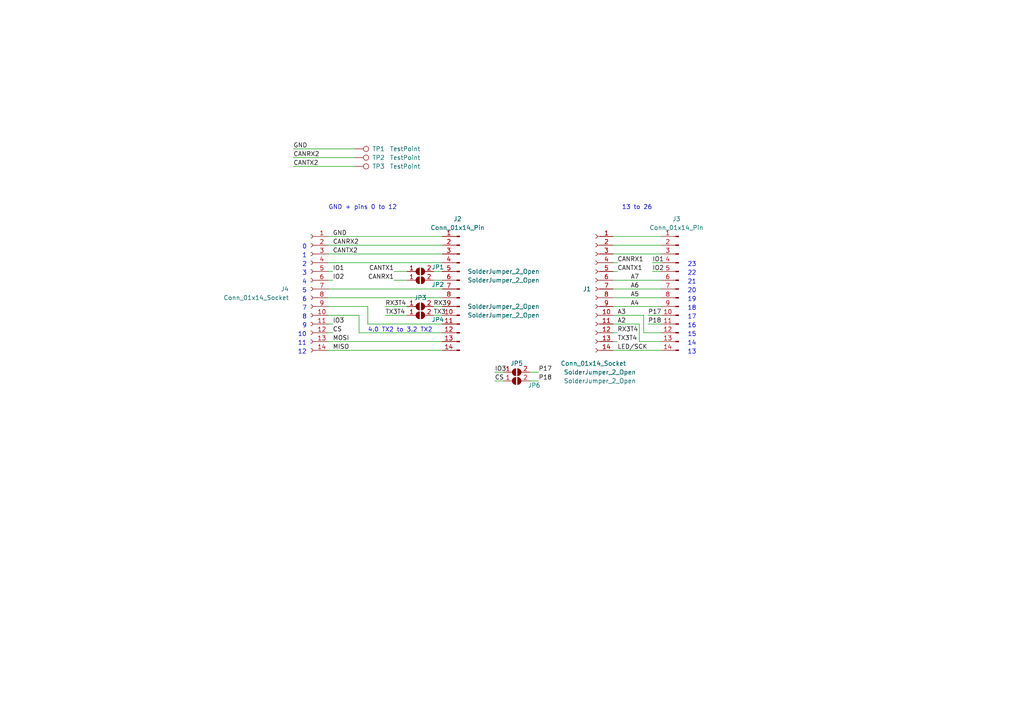
<source format=kicad_sch>
(kicad_sch (version 20230121) (generator eeschema)
  (paper "A4")
  (lib_symbols
    (symbol "Connector:Conn_01x14_Pin" (pin_names (offset 1.016) hide)
      (property "Reference" "J" (at 0 17.78 0))
      (property "Value" "Conn_01x14_Pin" (at 0 -20.32 0))
      (symbol "Conn_01x14_Pin_1_1"
        (polyline (pts (xy 1.27 -17.78) (xy 0.8636 -17.78)) (stroke (width 0.1524)))
        (polyline (pts (xy 1.27 -15.24) (xy 0.8636 -15.24)) (stroke (width 0.1524)))
        (polyline (pts (xy 1.27 -12.7) (xy 0.8636 -12.7)) (stroke (width 0.1524)))
        (polyline (pts (xy 1.27 -10.16) (xy 0.8636 -10.16)) (stroke (width 0.1524)))
        (polyline (pts (xy 1.27 -7.62) (xy 0.8636 -7.62)) (stroke (width 0.1524)))
        (polyline (pts (xy 1.27 -5.08) (xy 0.8636 -5.08)) (stroke (width 0.1524)))
        (polyline (pts (xy 1.27 -2.54) (xy 0.8636 -2.54)) (stroke (width 0.1524)))
        (polyline (pts (xy 1.27 0) (xy 0.8636 0)) (stroke (width 0.1524)))
        (polyline (pts (xy 1.27 2.54) (xy 0.8636 2.54)) (stroke (width 0.1524)))
        (polyline (pts (xy 1.27 5.08) (xy 0.8636 5.08)) (stroke (width 0.1524)))
        (polyline (pts (xy 1.27 7.62) (xy 0.8636 7.62)) (stroke (width 0.1524)))
        (polyline (pts (xy 1.27 10.16) (xy 0.8636 10.16)) (stroke (width 0.1524)))
        (polyline (pts (xy 1.27 12.7) (xy 0.8636 12.7)) (stroke (width 0.1524)))
        (polyline (pts (xy 1.27 15.24) (xy 0.8636 15.24)) (stroke (width 0.1524)))
        (rectangle (start 0.8636 -17.653) (end 0 -17.907) (stroke (width 0.1524)) (fill (type outline)))
        (rectangle (start 0.8636 -15.113) (end 0 -15.367) (stroke (width 0.1524)) (fill (type outline)))
        (rectangle (start 0.8636 -12.573) (end 0 -12.827) (stroke (width 0.1524)) (fill (type outline)))
        (rectangle (start 0.8636 -10.033) (end 0 -10.287) (stroke (width 0.1524)) (fill (type outline)))
        (rectangle (start 0.8636 -7.493) (end 0 -7.747) (stroke (width 0.1524)) (fill (type outline)))
        (rectangle (start 0.8636 -4.953) (end 0 -5.207) (stroke (width 0.1524)) (fill (type outline)))
        (rectangle (start 0.8636 -2.413) (end 0 -2.667) (stroke (width 0.1524)) (fill (type outline)))
        (rectangle (start 0.8636 0.127) (end 0 -0.127) (stroke (width 0.1524)) (fill (type outline)))
        (rectangle (start 0.8636 2.667) (end 0 2.413) (stroke (width 0.1524)) (fill (type outline)))
        (rectangle (start 0.8636 5.207) (end 0 4.953) (stroke (width 0.1524)) (fill (type outline)))
        (rectangle (start 0.8636 7.747) (end 0 7.493) (stroke (width 0.1524)) (fill (type outline)))
        (rectangle (start 0.8636 10.287) (end 0 10.033) (stroke (width 0.1524)) (fill (type outline)))
        (rectangle (start 0.8636 12.827) (end 0 12.573) (stroke (width 0.1524)) (fill (type outline)))
        (rectangle (start 0.8636 15.367) (end 0 15.113) (stroke (width 0.1524)) (fill (type outline)))
        (pin passive line (at 5.08 15.24 180) (length 3.81) (name "Pin_1") (number "1"))
        (pin passive line (at 5.08 -7.62 180) (length 3.81) (name "Pin_10") (number "10"))
        (pin passive line (at 5.08 -10.16 180) (length 3.81) (name "Pin_11") (number "11"))
        (pin passive line (at 5.08 -12.7 180) (length 3.81) (name "Pin_12") (number "12"))
        (pin passive line (at 5.08 -15.24 180) (length 3.81) (name "Pin_13") (number "13"))
        (pin passive line (at 5.08 -17.78 180) (length 3.81) (name "Pin_14") (number "14"))
        (pin passive line (at 5.08 12.7 180) (length 3.81) (name "Pin_2") (number "2"))
        (pin passive line (at 5.08 10.16 180) (length 3.81) (name "Pin_3") (number "3"))
        (pin passive line (at 5.08 7.62 180) (length 3.81) (name "Pin_4") (number "4"))
        (pin passive line (at 5.08 5.08 180) (length 3.81) (name "Pin_5") (number "5"))
        (pin passive line (at 5.08 2.54 180) (length 3.81) (name "Pin_6") (number "6"))
        (pin passive line (at 5.08 0 180) (length 3.81) (name "Pin_7") (number "7"))
        (pin passive line (at 5.08 -2.54 180) (length 3.81) (name "Pin_8") (number "8"))
        (pin passive line (at 5.08 -5.08 180) (length 3.81) (name "Pin_9") (number "9"))
      )
    )
    (symbol "Connector:Conn_01x14_Socket" (pin_names (offset 1.016) hide)
      (property "Reference" "J" (at 0 17.78 0))
      (property "Value" "Conn_01x14_Socket" (at 0 -20.32 0))
      (symbol "Conn_01x14_Socket_1_1"
        (arc (start 0 -17.272) (mid -0.5058 -17.78) (end 0 -18.288) (stroke (width 0.1524)))
        (arc (start 0 -14.732) (mid -0.5058 -15.24) (end 0 -15.748) (stroke (width 0.1524)))
        (arc (start 0 -12.192) (mid -0.5058 -12.7) (end 0 -13.208) (stroke (width 0.1524)))
        (arc (start 0 -9.652) (mid -0.5058 -10.16) (end 0 -10.668) (stroke (width 0.1524)))
        (arc (start 0 -7.112) (mid -0.5058 -7.62) (end 0 -8.128) (stroke (width 0.1524)))
        (arc (start 0 -4.572) (mid -0.5058 -5.08) (end 0 -5.588) (stroke (width 0.1524)))
        (arc (start 0 -2.032) (mid -0.5058 -2.54) (end 0 -3.048) (stroke (width 0.1524)))
        (polyline (pts (xy -1.27 -17.78) (xy -0.508 -17.78)) (stroke (width 0.1524)))
        (polyline (pts (xy -1.27 -15.24) (xy -0.508 -15.24)) (stroke (width 0.1524)))
        (polyline (pts (xy -1.27 -12.7) (xy -0.508 -12.7)) (stroke (width 0.1524)))
        (polyline (pts (xy -1.27 -10.16) (xy -0.508 -10.16)) (stroke (width 0.1524)))
        (polyline (pts (xy -1.27 -7.62) (xy -0.508 -7.62)) (stroke (width 0.1524)))
        (polyline (pts (xy -1.27 -5.08) (xy -0.508 -5.08)) (stroke (width 0.1524)))
        (polyline (pts (xy -1.27 -2.54) (xy -0.508 -2.54)) (stroke (width 0.1524)))
        (polyline (pts (xy -1.27 0) (xy -0.508 0)) (stroke (width 0.1524)))
        (polyline (pts (xy -1.27 2.54) (xy -0.508 2.54)) (stroke (width 0.1524)))
        (polyline (pts (xy -1.27 5.08) (xy -0.508 5.08)) (stroke (width 0.1524)))
        (polyline (pts (xy -1.27 7.62) (xy -0.508 7.62)) (stroke (width 0.1524)))
        (polyline (pts (xy -1.27 10.16) (xy -0.508 10.16)) (stroke (width 0.1524)))
        (polyline (pts (xy -1.27 12.7) (xy -0.508 12.7)) (stroke (width 0.1524)))
        (polyline (pts (xy -1.27 15.24) (xy -0.508 15.24)) (stroke (width 0.1524)))
        (arc (start 0 0.508) (mid -0.5058 0) (end 0 -0.508) (stroke (width 0.1524)))
        (arc (start 0 3.048) (mid -0.5058 2.54) (end 0 2.032) (stroke (width 0.1524)))
        (arc (start 0 5.588) (mid -0.5058 5.08) (end 0 4.572) (stroke (width 0.1524)))
        (arc (start 0 8.128) (mid -0.5058 7.62) (end 0 7.112) (stroke (width 0.1524)))
        (arc (start 0 10.668) (mid -0.5058 10.16) (end 0 9.652) (stroke (width 0.1524)))
        (arc (start 0 13.208) (mid -0.5058 12.7) (end 0 12.192) (stroke (width 0.1524)))
        (arc (start 0 15.748) (mid -0.5058 15.24) (end 0 14.732) (stroke (width 0.1524)))
        (pin passive line (at -5.08 15.24 0) (length 3.81) (name "Pin_1") (number "1"))
        (pin passive line (at -5.08 -7.62 0) (length 3.81) (name "Pin_10") (number "10"))
        (pin passive line (at -5.08 -10.16 0) (length 3.81) (name "Pin_11") (number "11"))
        (pin passive line (at -5.08 -12.7 0) (length 3.81) (name "Pin_12") (number "12"))
        (pin passive line (at -5.08 -15.24 0) (length 3.81) (name "Pin_13") (number "13"))
        (pin passive line (at -5.08 -17.78 0) (length 3.81) (name "Pin_14") (number "14"))
        (pin passive line (at -5.08 12.7 0) (length 3.81) (name "Pin_2") (number "2"))
        (pin passive line (at -5.08 10.16 0) (length 3.81) (name "Pin_3") (number "3"))
        (pin passive line (at -5.08 7.62 0) (length 3.81) (name "Pin_4") (number "4"))
        (pin passive line (at -5.08 5.08 0) (length 3.81) (name "Pin_5") (number "5"))
        (pin passive line (at -5.08 2.54 0) (length 3.81) (name "Pin_6") (number "6"))
        (pin passive line (at -5.08 0 0) (length 3.81) (name "Pin_7") (number "7"))
        (pin passive line (at -5.08 -2.54 0) (length 3.81) (name "Pin_8") (number "8"))
        (pin passive line (at -5.08 -5.08 0) (length 3.81) (name "Pin_9") (number "9"))
      )
    )
    (symbol "Connector:TestPoint" (pin_numbers hide) (pin_names (offset 0.762) hide)
      (property "Reference" "TP" (at 0 6.858 0))
      (property "Value" "TestPoint" (at 0 5.08 0))
      (symbol "TestPoint_0_1"
        (circle (center 0 3.302) (radius 0.762))
      )
      (symbol "TestPoint_1_1"
        (pin passive line (at 0 0 90) (length 2.54) (name "1") (number "1"))
      )
    )
    (symbol "Jumper:SolderJumper_2_Open" (pin_names (offset 0) hide)
      (property "Reference" "JP" (at 0 2.032 0))
      (property "Value" "SolderJumper_2_Open" (at 0 -2.54 0))
      (symbol "SolderJumper_2_Open_0_1"
        (arc (start -0.254 1.016) (mid -1.2656 0) (end -0.254 -1.016))
        (arc (start -0.254 1.016) (mid -1.2656 0) (end -0.254 -1.016) (fill (type outline)))
        (polyline (pts (xy -0.254 1.016) (xy -0.254 -1.016)))
        (polyline (pts (xy 0.254 1.016) (xy 0.254 -1.016)))
        (arc (start 0.254 -1.016) (mid 1.2656 0) (end 0.254 1.016))
        (arc (start 0.254 -1.016) (mid 1.2656 0) (end 0.254 1.016) (fill (type outline)))
      )
      (symbol "SolderJumper_2_Open_1_1"
        (pin passive line (at -3.81 0 0) (length 2.54) (name "A") (number "1"))
        (pin passive line (at 3.81 0 180) (length 2.54) (name "B") (number "2"))
      )
    )
  )
  (wire (pts (xy 114.3 78.74) (xy 118.11 78.74)))
  (wire (pts (xy 95.25 71.12) (xy 128.27 71.12)))
  (wire (pts (xy 85.09 48.26) (xy 102.87 48.26)))
  (wire (pts (xy 143.51 107.95) (xy 146.05 107.95)))
  (wire (pts (xy 95.25 73.66) (xy 128.27 73.66)))
  (wire (pts (xy 106.68 93.98) (xy 128.27 93.98)))
  (wire (pts (xy 111.76 88.9) (xy 118.11 88.9)))
  (wire (pts (xy 177.8 76.2) (xy 179.07 76.2)))
  (wire (pts (xy 95.25 101.6) (xy 128.27 101.6)))
  (wire (pts (xy 177.8 86.36) (xy 191.77 86.36)))
  (wire (pts (xy 125.73 91.44) (xy 128.27 91.44)))
  (wire (pts (xy 95.25 76.2) (xy 128.27 76.2)))
  (wire (pts (xy 186.69 91.44) (xy 186.69 96.52)))
  (wire (pts (xy 114.3 81.28) (xy 118.11 81.28)))
  (wire (pts (xy 189.23 78.74) (xy 191.77 78.74)))
  (wire (pts (xy 185.42 99.06) (xy 185.42 93.98)))
  (wire (pts (xy 185.42 99.06) (xy 191.77 99.06)))
  (wire (pts (xy 95.25 86.36) (xy 128.27 86.36)))
  (wire (pts (xy 186.69 96.52) (xy 191.77 96.52)))
  (wire (pts (xy 153.67 110.49) (xy 156.21 110.49)))
  (wire (pts (xy 85.09 43.18) (xy 102.87 43.18)))
  (wire (pts (xy 125.73 88.9) (xy 128.27 88.9)))
  (wire (pts (xy 95.25 81.28) (xy 96.52 81.28)))
  (wire (pts (xy 95.25 96.52) (xy 96.52 96.52)))
  (wire (pts (xy 104.14 91.44) (xy 104.14 96.52)))
  (wire (pts (xy 177.8 71.12) (xy 191.77 71.12)))
  (wire (pts (xy 95.25 93.98) (xy 96.52 93.98)))
  (wire (pts (xy 177.8 88.9) (xy 191.77 88.9)))
  (wire (pts (xy 177.8 96.52) (xy 179.07 96.52)))
  (wire (pts (xy 95.25 99.06) (xy 128.27 99.06)))
  (wire (pts (xy 177.8 78.74) (xy 179.07 78.74)))
  (wire (pts (xy 187.96 91.44) (xy 191.77 91.44)))
  (wire (pts (xy 95.25 91.44) (xy 104.14 91.44)))
  (wire (pts (xy 85.09 45.72) (xy 102.87 45.72)))
  (wire (pts (xy 104.14 96.52) (xy 128.27 96.52)))
  (wire (pts (xy 153.67 107.95) (xy 156.21 107.95)))
  (wire (pts (xy 95.25 78.74) (xy 96.52 78.74)))
  (wire (pts (xy 189.23 76.2) (xy 191.77 76.2)))
  (wire (pts (xy 177.8 91.44) (xy 186.69 91.44)))
  (wire (pts (xy 177.8 99.06) (xy 179.07 99.06)))
  (wire (pts (xy 177.8 68.58) (xy 191.77 68.58)))
  (wire (pts (xy 177.8 83.82) (xy 191.77 83.82)))
  (wire (pts (xy 111.76 91.44) (xy 118.11 91.44)))
  (wire (pts (xy 106.68 88.9) (xy 106.68 93.98)))
  (wire (pts (xy 143.51 110.49) (xy 146.05 110.49)))
  (wire (pts (xy 125.73 81.28) (xy 128.27 81.28)))
  (wire (pts (xy 187.96 93.98) (xy 191.77 93.98)))
  (wire (pts (xy 177.8 93.98) (xy 185.42 93.98)))
  (wire (pts (xy 177.8 101.6) (xy 191.77 101.6)))
  (wire (pts (xy 125.73 78.74) (xy 128.27 78.74)))
  (wire (pts (xy 177.8 81.28) (xy 191.77 81.28)))
  (wire (pts (xy 95.25 68.58) (xy 128.27 68.58)))
  (wire (pts (xy 95.25 88.9) (xy 106.68 88.9)))
  (wire (pts (xy 95.25 83.82) (xy 128.27 83.82)))
  (wire (pts (xy 177.8 73.66) (xy 191.77 73.66)))
  (text "GND + pins 0 to 12" (at 95.25 60.96 0) (effects (font (size 1.27 1.27)) (justify left bottom)))
  (text "9" (at 87.63 95.25 0) (effects (font (size 1.27 1.27)) (justify left bottom)))
  (text "4" (at 87.63 82.55 0) (effects (font (size 1.27 1.27)) (justify left bottom)))
  (text "18" (at 199.39 90.17 0) (effects (font (size 1.27 1.27)) (justify left bottom)))
  (text "17" (at 199.39 92.71 0) (effects (font (size 1.27 1.27)) (justify left bottom)))
  (text "21" (at 199.39 82.55 0) (effects (font (size 1.27 1.27)) (justify left bottom)))
  (text "0" (at 87.63 72.39 0) (effects (font (size 1.27 1.27)) (justify left bottom)))
  (text "12" (at 86.36 102.87 0) (effects (font (size 1.27 1.27)) (justify left bottom)))
  (text "2" (at 87.63 77.47 0) (effects (font (size 1.27 1.27)) (justify left bottom)))
  (text "3" (at 87.63 80.01 0) (effects (font (size 1.27 1.27)) (justify left bottom)))
  (text "14" (at 199.39 100.33 0) (effects (font (size 1.27 1.27)) (justify left bottom)))
  (text "20" (at 199.39 85.09 0) (effects (font (size 1.27 1.27)) (justify left bottom)))
  (text "10" (at 86.36 97.79 0) (effects (font (size 1.27 1.27)) (justify left bottom)))
  (text "4.0 TX2 to 3.2 TX2" (at 106.68 96.52 0) (effects (font (size 1.27 1.27)) (justify left bottom)))
  (text "6" (at 87.63 87.63 0) (effects (font (size 1.27 1.27)) (justify left bottom)))
  (text "13" (at 199.39 102.87 0) (effects (font (size 1.27 1.27)) (justify left bottom)))
  (text "1" (at 87.63 74.93 0) (effects (font (size 1.27 1.27)) (justify left bottom)))
  (text "22" (at 199.39 80.01 0) (effects (font (size 1.27 1.27)) (justify left bottom)))
  (text "15" (at 199.39 97.79 0) (effects (font (size 1.27 1.27)) (justify left bottom)))
  (text "13 to 26" (at 180.34 60.96 0) (effects (font (size 1.27 1.27)) (justify left bottom)))
  (text "7" (at 87.63 90.17 0) (effects (font (size 1.27 1.27)) (justify left bottom)))
  (text "23" (at 199.39 77.47 0) (effects (font (size 1.27 1.27)) (justify left bottom)))
  (text "11" (at 86.36 100.33 0) (effects (font (size 1.27 1.27)) (justify left bottom)))
  (text "8" (at 87.63 92.71 0) (effects (font (size 1.27 1.27)) (justify left bottom)))
  (text "19" (at 199.39 87.63 0) (effects (font (size 1.27 1.27)) (justify left bottom)))
  (text "5" (at 87.63 85.09 0) (effects (font (size 1.27 1.27)) (justify left bottom)))
  (text "16" (at 199.39 95.25 0) (effects (font (size 1.27 1.27)) (justify left bottom)))
  (label "CANRX2" (at 85.09 45.72 0))
  (label "A3" (at 179.07 91.44 0))
  (label "A6" (at 182.88 83.82 0))
  (label "CANTX2" (at 96.52 73.66 0))
  (label "CANRX1" (at 114.3 81.28 180))
  (label "GND" (at 85.09 43.18 0))
  (label "LED{slash}SCK" (at 179.07 101.6 0))
  (label "A7" (at 182.88 81.28 0))
  (label "TX3T4" (at 179.07 99.06 0))
  (label "CANTX1" (at 114.3 78.74 180))
  (label "CS" (at 96.52 96.52 0))
  (label "TX3" (at 125.73 91.44 0))
  (label "CANTX1" (at 179.07 78.74 0))
  (label "IO1" (at 96.52 78.74 0))
  (label "P18" (at 156.21 110.49 0))
  (label "CANTX2" (at 85.09 48.26 0))
  (label "IO2" (at 96.52 81.28 0))
  (label "A4" (at 182.88 88.9 0))
  (label "IO3" (at 143.51 107.95 0))
  (label "IO3" (at 96.52 93.98 0))
  (label "IO1" (at 189.23 76.2 0))
  (label "TX3T4" (at 111.76 91.44 0))
  (label "IO2" (at 189.23 78.74 0))
  (label "RX3T4" (at 179.07 96.52 0))
  (label "A5" (at 182.88 86.36 0))
  (label "RX3" (at 125.73 88.9 0))
  (label "CANRX1" (at 179.07 76.2 0))
  (label "P18" (at 187.96 93.98 0))
  (label "MOSI" (at 96.52 99.06 0))
  (label "RX3T4" (at 111.76 88.9 0))
  (label "CS" (at 143.51 110.49 0))
  (label "CANRX2" (at 96.52 71.12 0))
  (label "MISO" (at 96.52 101.6 0))
  (label "P17" (at 187.96 91.44 0))
  (label "P17" (at 156.21 107.95 0))
  (label "GND" (at 96.52 68.58 0))
  (label "A2" (at 179.07 93.98 0))
  (symbol (lib_id "Connector:Conn_01x14_Socket") (at 172.72 83.82 0) (mirror y) (unit 1)
    (property "Reference" "J1" (at 171.45 83.82 0) (effects (justify left)))
    (property "Value" "Conn_01x14_Socket" (at 181.61 105.41 0) (effects (justify left)))
    (property "Footprint" "Connector_PinSocket_2.54mm:PinSocket_1x14_P2.54mm_Vertical" (effects hide))
  )
  (symbol (lib_id "Connector:TestPoint") (at 102.87 48.26 270) (unit 1)
    (property "Reference" "TP3" (at 107.95 48.26 90) (effects (justify left)))
    (property "Value" "TestPoint" (at 113.03 48.26 90) (effects (justify left)))
    (property "Footprint" "TestPoint:TestPoint_Pad_D1.5mm" (effects hide))
  )
  (symbol (lib_id "Jumper:SolderJumper_2_Open") (at 121.92 88.9 0) (unit 1)
    (property "Reference" "JP3" (at 121.92 86.36 0))
    (property "Value" "SolderJumper_2_Open" (at 146.05 88.9 0))
    (property "Footprint" "Jumper:SolderJumper-2_P1.3mm_Open_RoundedPad1.0x1.5mm" (effects hide))
  )
  (symbol (lib_id "Jumper:SolderJumper_2_Open") (at 121.92 81.28 0) (unit 1)
    (property "Reference" "JP2" (at 127 82.55 0))
    (property "Value" "SolderJumper_2_Open" (at 146.05 81.28 0))
    (property "Footprint" "Jumper:SolderJumper-2_P1.3mm_Open_RoundedPad1.0x1.5mm" (effects hide))
  )
  (symbol (lib_id "Connector:Conn_01x14_Pin") (at 133.35 83.82 0) (mirror y) (unit 1)
    (property "Reference" "J2" (at 132.715 63.5 0))
    (property "Value" "Conn_01x14_Pin" (at 132.715 66.04 0))
    (property "Footprint" "Connector_PinHeader_2.54mm:PinHeader_1x14_P2.54mm_Vertical" (effects hide))
  )
  (symbol (lib_id "Connector:TestPoint") (at 102.87 45.72 270) (unit 1)
    (property "Reference" "TP2" (at 107.95 45.72 90) (effects (justify left)))
    (property "Value" "TestPoint" (at 113.03 45.72 90) (effects (justify left)))
    (property "Footprint" "TestPoint:TestPoint_Pad_D1.5mm" (effects hide))
  )
  (symbol (lib_id "Jumper:SolderJumper_2_Open") (at 121.92 78.74 0) (unit 1)
    (property "Reference" "JP1" (at 127 77.47 0))
    (property "Value" "SolderJumper_2_Open" (at 146.05 78.74 0))
    (property "Footprint" "Jumper:SolderJumper-2_P1.3mm_Open_RoundedPad1.0x1.5mm" (effects hide))
  )
  (symbol (lib_id "Jumper:SolderJumper_2_Open") (at 121.92 91.44 0) (unit 1)
    (property "Reference" "JP4" (at 127 92.71 0))
    (property "Value" "SolderJumper_2_Open" (at 146.05 91.44 0))
    (property "Footprint" "Jumper:SolderJumper-2_P1.3mm_Open_RoundedPad1.0x1.5mm" (effects hide))
  )
  (symbol (lib_id "Jumper:SolderJumper_2_Open") (at 149.86 110.49 0) (unit 1)
    (property "Reference" "JP6" (at 154.94 111.76 0))
    (property "Value" "SolderJumper_2_Open" (at 173.99 110.49 0))
    (property "Footprint" "Jumper:SolderJumper-2_P1.3mm_Open_RoundedPad1.0x1.5mm" (effects hide))
  )
  (symbol (lib_id "Connector:Conn_01x14_Socket") (at 90.17 83.82 0) (mirror y) (unit 1)
    (property "Reference" "J4" (at 83.82 83.82 0) (effects (justify left)))
    (property "Value" "Conn_01x14_Socket" (at 83.82 86.36 0) (effects (justify left)))
    (property "Footprint" "Connector_PinSocket_2.54mm:PinSocket_1x14_P2.54mm_Vertical" (effects hide))
  )
  (symbol (lib_id "Jumper:SolderJumper_2_Open") (at 149.86 107.95 0) (unit 1)
    (property "Reference" "JP5" (at 149.86 105.41 0))
    (property "Value" "SolderJumper_2_Open" (at 173.99 107.95 0))
    (property "Footprint" "Jumper:SolderJumper-2_P1.3mm_Open_RoundedPad1.0x1.5mm" (effects hide))
  )
  (symbol (lib_id "Connector:Conn_01x14_Pin") (at 196.85 83.82 0) (mirror y) (unit 1)
    (property "Reference" "J3" (at 196.215 63.5 0))
    (property "Value" "Conn_01x14_Pin" (at 196.215 66.04 0))
    (property "Footprint" "Connector_PinHeader_2.54mm:PinHeader_1x14_P2.54mm_Vertical" (effects hide))
  )
  (symbol (lib_id "Connector:TestPoint") (at 102.87 43.18 270) (unit 1)
    (property "Reference" "TP1" (at 107.95 43.18 90) (effects (justify left)))
    (property "Value" "TestPoint" (at 113.03 43.18 90) (effects (justify left)))
    (property "Footprint" "TestPoint:TestPoint_Pad_D1.5mm" (effects hide))
  )
)
</source>
